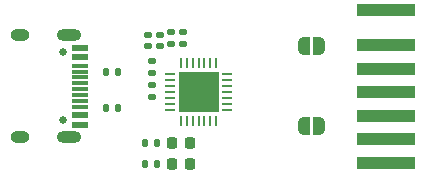
<source format=gbr>
%TF.GenerationSoftware,KiCad,Pcbnew,7.0.5-0*%
%TF.CreationDate,2023-07-07T09:12:39-05:00*%
%TF.ProjectId,DCSDv2_CP2102N,44435344-7632-45f4-9350-323130324e2e,rev?*%
%TF.SameCoordinates,Original*%
%TF.FileFunction,Soldermask,Top*%
%TF.FilePolarity,Negative*%
%FSLAX46Y46*%
G04 Gerber Fmt 4.6, Leading zero omitted, Abs format (unit mm)*
G04 Created by KiCad (PCBNEW 7.0.5-0) date 2023-07-07 09:12:39*
%MOMM*%
%LPD*%
G01*
G04 APERTURE LIST*
G04 Aperture macros list*
%AMRoundRect*
0 Rectangle with rounded corners*
0 $1 Rounding radius*
0 $2 $3 $4 $5 $6 $7 $8 $9 X,Y pos of 4 corners*
0 Add a 4 corners polygon primitive as box body*
4,1,4,$2,$3,$4,$5,$6,$7,$8,$9,$2,$3,0*
0 Add four circle primitives for the rounded corners*
1,1,$1+$1,$2,$3*
1,1,$1+$1,$4,$5*
1,1,$1+$1,$6,$7*
1,1,$1+$1,$8,$9*
0 Add four rect primitives between the rounded corners*
20,1,$1+$1,$2,$3,$4,$5,0*
20,1,$1+$1,$4,$5,$6,$7,0*
20,1,$1+$1,$6,$7,$8,$9,0*
20,1,$1+$1,$8,$9,$2,$3,0*%
%AMFreePoly0*
4,1,19,0.500000,-0.750000,0.000000,-0.750000,0.000000,-0.744911,-0.071157,-0.744911,-0.207708,-0.704816,-0.327430,-0.627875,-0.420627,-0.520320,-0.479746,-0.390866,-0.500000,-0.250000,-0.500000,0.250000,-0.479746,0.390866,-0.420627,0.520320,-0.327430,0.627875,-0.207708,0.704816,-0.071157,0.744911,0.000000,0.744911,0.000000,0.750000,0.500000,0.750000,0.500000,-0.750000,0.500000,-0.750000,
$1*%
%AMFreePoly1*
4,1,19,0.000000,0.744911,0.071157,0.744911,0.207708,0.704816,0.327430,0.627875,0.420627,0.520320,0.479746,0.390866,0.500000,0.250000,0.500000,-0.250000,0.479746,-0.390866,0.420627,-0.520320,0.327430,-0.627875,0.207708,-0.704816,0.071157,-0.744911,0.000000,-0.744911,0.000000,-0.750000,-0.500000,-0.750000,-0.500000,0.750000,0.000000,0.750000,0.000000,0.744911,0.000000,0.744911,
$1*%
G04 Aperture macros list end*
%ADD10RoundRect,0.135000X0.185000X-0.135000X0.185000X0.135000X-0.185000X0.135000X-0.185000X-0.135000X0*%
%ADD11FreePoly0,0.000000*%
%ADD12FreePoly1,0.000000*%
%ADD13RoundRect,0.218750X0.218750X0.256250X-0.218750X0.256250X-0.218750X-0.256250X0.218750X-0.256250X0*%
%ADD14RoundRect,0.062500X-0.062500X0.337500X-0.062500X-0.337500X0.062500X-0.337500X0.062500X0.337500X0*%
%ADD15RoundRect,0.062500X-0.337500X0.062500X-0.337500X-0.062500X0.337500X-0.062500X0.337500X0.062500X0*%
%ADD16R,3.350000X3.350000*%
%ADD17RoundRect,0.140000X0.170000X-0.140000X0.170000X0.140000X-0.170000X0.140000X-0.170000X-0.140000X0*%
%ADD18RoundRect,0.135000X0.135000X0.185000X-0.135000X0.185000X-0.135000X-0.185000X0.135000X-0.185000X0*%
%ADD19C,0.650000*%
%ADD20R,1.450000X0.600000*%
%ADD21R,1.450000X0.300000*%
%ADD22O,2.100000X1.000000*%
%ADD23O,1.600000X1.000000*%
%ADD24RoundRect,0.135000X-0.135000X-0.185000X0.135000X-0.185000X0.135000X0.185000X-0.135000X0.185000X0*%
%ADD25R,5.000000X1.000000*%
G04 APERTURE END LIST*
D10*
%TO.C,R3*%
X144200000Y-90710000D03*
X144200000Y-89690000D03*
%TD*%
D11*
%TO.C,JP2*%
X157000000Y-95200000D03*
D12*
X158300000Y-95200000D03*
%TD*%
D13*
%TO.C,D2*%
X147387500Y-96610000D03*
X145812500Y-96610000D03*
%TD*%
%TO.C,D1*%
X147387500Y-98400000D03*
X145812500Y-98400000D03*
%TD*%
D14*
%TO.C,U1*%
X149600000Y-89850000D03*
X149100000Y-89850000D03*
X148600000Y-89850000D03*
X148100000Y-89850000D03*
X147600000Y-89850000D03*
X147100000Y-89850000D03*
X146600000Y-89850000D03*
D15*
X145650000Y-90800000D03*
X145650000Y-91300000D03*
X145650000Y-91800000D03*
X145650000Y-92300000D03*
X145650000Y-92800000D03*
X145650000Y-93300000D03*
X145650000Y-93800000D03*
D14*
X146600000Y-94750000D03*
X147100000Y-94750000D03*
X147600000Y-94750000D03*
X148100000Y-94750000D03*
X148600000Y-94750000D03*
X149100000Y-94750000D03*
X149600000Y-94750000D03*
D15*
X150550000Y-93800000D03*
X150550000Y-93300000D03*
X150550000Y-92800000D03*
X150550000Y-92300000D03*
X150550000Y-91800000D03*
X150550000Y-91300000D03*
X150550000Y-90800000D03*
D16*
X148100000Y-92300000D03*
%TD*%
D17*
%TO.C,C2*%
X143800000Y-88400000D03*
X143800000Y-87440000D03*
%TD*%
D18*
%TO.C,R6*%
X144570000Y-96580000D03*
X143550000Y-96580000D03*
%TD*%
D19*
%TO.C,P1*%
X136600000Y-88910000D03*
X136600000Y-94690000D03*
D20*
X138045000Y-88550000D03*
X138045000Y-89350000D03*
D21*
X138045000Y-90550000D03*
X138045000Y-91550000D03*
X138045000Y-92050000D03*
X138045000Y-93050000D03*
D20*
X138045000Y-94250000D03*
X138045000Y-95050000D03*
X138045000Y-95050000D03*
X138045000Y-94250000D03*
D21*
X138045000Y-93550000D03*
X138045000Y-92550000D03*
X138045000Y-91050000D03*
X138045000Y-90050000D03*
D20*
X138045000Y-89350000D03*
X138045000Y-88550000D03*
D22*
X137130000Y-87480000D03*
D23*
X132950000Y-87480000D03*
D22*
X137130000Y-96120000D03*
D23*
X132950000Y-96120000D03*
%TD*%
D17*
%TO.C,C1*%
X144800000Y-88400000D03*
X144800000Y-87440000D03*
%TD*%
D11*
%TO.C,JP1*%
X157000000Y-88400000D03*
D12*
X158300000Y-88400000D03*
%TD*%
D18*
%TO.C,R5*%
X144570000Y-98380000D03*
X143550000Y-98380000D03*
%TD*%
D10*
%TO.C,R4*%
X144200000Y-92710000D03*
X144200000Y-91690000D03*
%TD*%
D17*
%TO.C,C4*%
X146800000Y-88200000D03*
X146800000Y-87240000D03*
%TD*%
%TO.C,C3*%
X145800000Y-88200000D03*
X145800000Y-87240000D03*
%TD*%
D24*
%TO.C,R1*%
X140290000Y-90600000D03*
X141310000Y-90600000D03*
%TD*%
%TO.C,R2*%
X140290000Y-93600000D03*
X141310000Y-93600000D03*
%TD*%
D25*
%TO.C,U2*%
X164000000Y-88300000D03*
X164000000Y-90300000D03*
X164000000Y-92300000D03*
X164000000Y-94300000D03*
X164000000Y-96300000D03*
X164000000Y-85300000D03*
X164000000Y-98300000D03*
%TD*%
M02*

</source>
